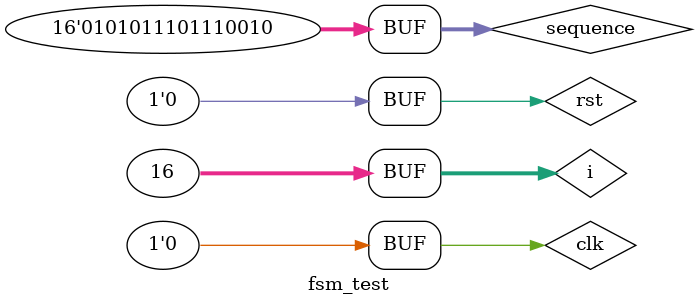
<source format=v>
module fsm_test;

reg  clk, rst, inp;
wire outp;
reg[15:0] sequence;
integer i;

fsm dut( clk, rst, inp, outp);

initial
begin

   clk = 0;
        rst = 1;
        sequence = 16'b0101_0111_0111_0010;
   #5 rst = 0;

   for( i = 0; i <= 15; i = i + 1)
   begin
      inp = sequence[i];
      #2 clk = 1;
      #2 clk = 0;
      $display("State = ", dut.state, " Input = ", inp, ", Output = ", outp);

   end
        test2;
end
task test2;
   for( i = 0; i <= 15; i = i + 1)
   begin
      inp = $random % 2;
      #2 clk = 1;
      #2 clk = 0;
      $display("State = ", dut.state, " Input = ", inp, ", Output = ", outp);

   end
endtask
initial
begin
$dumpfile("test.vcd");
$dumpvars(0,fsm_test);  
end

endmodule
</source>
